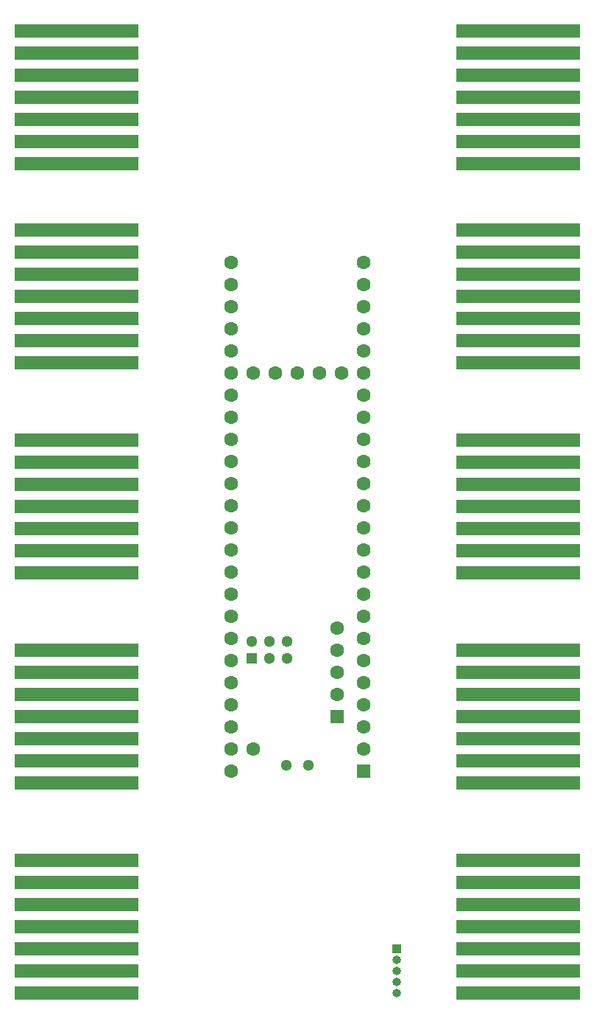
<source format=gbr>
%TF.GenerationSoftware,KiCad,Pcbnew,8.0.4*%
%TF.CreationDate,2024-11-18T10:24:52-08:00*%
%TF.ProjectId,Mother,4d6f7468-6572-42e6-9b69-6361645f7063,rev?*%
%TF.SameCoordinates,Original*%
%TF.FileFunction,Soldermask,Top*%
%TF.FilePolarity,Negative*%
%FSLAX46Y46*%
G04 Gerber Fmt 4.6, Leading zero omitted, Abs format (unit mm)*
G04 Created by KiCad (PCBNEW 8.0.4) date 2024-11-18 10:24:52*
%MOMM*%
%LPD*%
G01*
G04 APERTURE LIST*
%ADD10R,14.300000X1.500000*%
%ADD11R,1.000000X1.000000*%
%ADD12O,1.000000X1.000000*%
%ADD13R,1.600000X1.600000*%
%ADD14C,1.600000*%
%ADD15R,1.300000X1.300000*%
%ADD16C,1.300000*%
G04 APERTURE END LIST*
D10*
%TO.C,Channel7*%
X99695000Y-77470000D03*
X99695000Y-80010000D03*
X99695000Y-82550000D03*
X99695000Y-85090000D03*
X99695000Y-87630000D03*
X99695000Y-90170000D03*
X99695000Y-92710000D03*
%TD*%
D11*
%TO.C,J1*%
X136525000Y-160020000D03*
D12*
X136525000Y-161290000D03*
X136525000Y-162560000D03*
X136525000Y-163830000D03*
X136525000Y-165100000D03*
%TD*%
D10*
%TO.C,Channel9*%
X99695000Y-125730000D03*
X99695000Y-128270000D03*
X99695000Y-130810000D03*
X99695000Y-133350000D03*
X99695000Y-135890000D03*
X99695000Y-138430000D03*
X99695000Y-140970000D03*
%TD*%
%TO.C,Channel1*%
X150495000Y-54610000D03*
X150495000Y-57150000D03*
X150495000Y-59690000D03*
X150495000Y-62230000D03*
X150495000Y-64770000D03*
X150495000Y-67310000D03*
X150495000Y-69850000D03*
%TD*%
%TO.C,Channel5*%
X150495000Y-149860000D03*
X150495000Y-152400000D03*
X150495000Y-154940000D03*
X150495000Y-157480000D03*
X150495000Y-160020000D03*
X150495000Y-162560000D03*
X150495000Y-165100000D03*
%TD*%
%TO.C,Channel10*%
X99695000Y-149860000D03*
X99695000Y-152400000D03*
X99695000Y-154940000D03*
X99695000Y-157480000D03*
X99695000Y-160020000D03*
X99695000Y-162560000D03*
X99695000Y-165100000D03*
%TD*%
%TO.C,Channel6*%
X99695000Y-54610000D03*
X99695000Y-57150000D03*
X99695000Y-59690000D03*
X99695000Y-62230000D03*
X99695000Y-64770000D03*
X99695000Y-67310000D03*
X99695000Y-69850000D03*
%TD*%
%TO.C,Channel2*%
X150495000Y-77470000D03*
X150495000Y-80010000D03*
X150495000Y-82550000D03*
X150495000Y-85090000D03*
X150495000Y-87630000D03*
X150495000Y-90170000D03*
X150495000Y-92710000D03*
%TD*%
%TO.C,Channel8*%
X99695000Y-101600000D03*
X99695000Y-104140000D03*
X99695000Y-106680000D03*
X99695000Y-109220000D03*
X99695000Y-111760000D03*
X99695000Y-114300000D03*
X99695000Y-116840000D03*
%TD*%
%TO.C,Channel4*%
X150495000Y-125730000D03*
X150495000Y-128270000D03*
X150495000Y-130810000D03*
X150495000Y-133350000D03*
X150495000Y-135890000D03*
X150495000Y-138430000D03*
X150495000Y-140970000D03*
%TD*%
D13*
%TO.C,U1*%
X132715000Y-139649200D03*
D14*
X132715000Y-137109200D03*
X132715000Y-134569200D03*
X132715000Y-132029200D03*
X132715000Y-129489200D03*
X132715000Y-126949200D03*
X132715000Y-124409200D03*
X132715000Y-121869200D03*
X132715000Y-119329200D03*
X132715000Y-116789200D03*
X132715000Y-114249200D03*
X132715000Y-111709200D03*
X132715000Y-109169200D03*
X132715000Y-106629200D03*
X132715000Y-104089200D03*
X132715000Y-101549200D03*
X132715000Y-99009200D03*
X132715000Y-96469200D03*
X132715000Y-93929200D03*
X132715000Y-91389200D03*
X132715000Y-88849200D03*
X132715000Y-86309200D03*
X132715000Y-83769200D03*
X132715000Y-81229200D03*
X117475000Y-81229200D03*
X117475000Y-83769200D03*
X117475000Y-86309200D03*
X117475000Y-88849200D03*
X117475000Y-91389200D03*
X117475000Y-93929200D03*
X117475000Y-96469200D03*
X117475000Y-99009200D03*
X117475000Y-101549200D03*
X117475000Y-104089200D03*
X117475000Y-106629200D03*
X117475000Y-109169200D03*
X117475000Y-111709200D03*
X117475000Y-114249200D03*
X117475000Y-116789200D03*
X117475000Y-119329200D03*
X117475000Y-121869200D03*
X117475000Y-124409200D03*
X117475000Y-126949200D03*
X117475000Y-129489200D03*
X117475000Y-132029200D03*
X117475000Y-134569200D03*
X117475000Y-137109200D03*
X117475000Y-139649200D03*
X120015000Y-137109200D03*
X130175000Y-93929200D03*
X127635000Y-93929200D03*
X125095000Y-93929200D03*
X122555000Y-93929200D03*
X120015000Y-93929200D03*
D13*
X129664200Y-133350000D03*
D14*
X129664200Y-130810000D03*
X129664200Y-128270000D03*
X129664200Y-125730000D03*
X129664200Y-123190000D03*
D15*
X119913400Y-126679200D03*
D16*
X121913400Y-126679200D03*
X123913400Y-126679200D03*
X123913400Y-124679200D03*
X121913400Y-124679200D03*
X119913400Y-124679200D03*
X123825000Y-138919200D03*
X126365000Y-138919200D03*
%TD*%
D10*
%TO.C,Channel3*%
X150495000Y-101600000D03*
X150495000Y-104140000D03*
X150495000Y-106680000D03*
X150495000Y-109220000D03*
X150495000Y-111760000D03*
X150495000Y-114300000D03*
X150495000Y-116840000D03*
%TD*%
M02*

</source>
